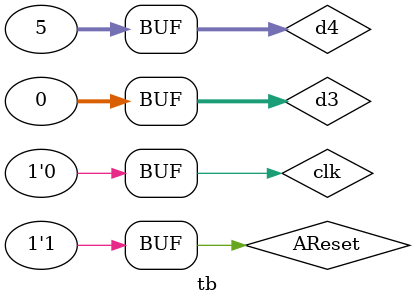
<source format=v>
module test(input [1:1]SW,output [35:0]GPIO_0,output [1:1]LEDR);

assign LEDR[1] = SW[1];
assign GPIO_0[35:0] = {36{SW[1]}};
//assign PIN_C22 = 1'b1;
//assign PIN_L18 = 1'b1;
endmodule 


module tb();
reg [31:0]d3,d4;
reg clk,AReset;
wire [31:0]r;
LPMaddersubtractorL s(AReset,1'b1,clk,d3,d4,r);

initial
begin
AReset=1;
d3=0;
d4=5;
clk=0;
#100 clk=1;
#100 clk=0;
#100 clk=1;
#100 clk=0;
#100 clk=1;
#100 clk=0;
#100 clk=1;
#100 clk=0;
#100 clk=1;
#100 clk=0;
#100 clk=1;
#100 clk=0;
#100 clk=1;
#100 clk=0;
#100 clk=1;
#100 clk=0;
end
endmodule

</source>
